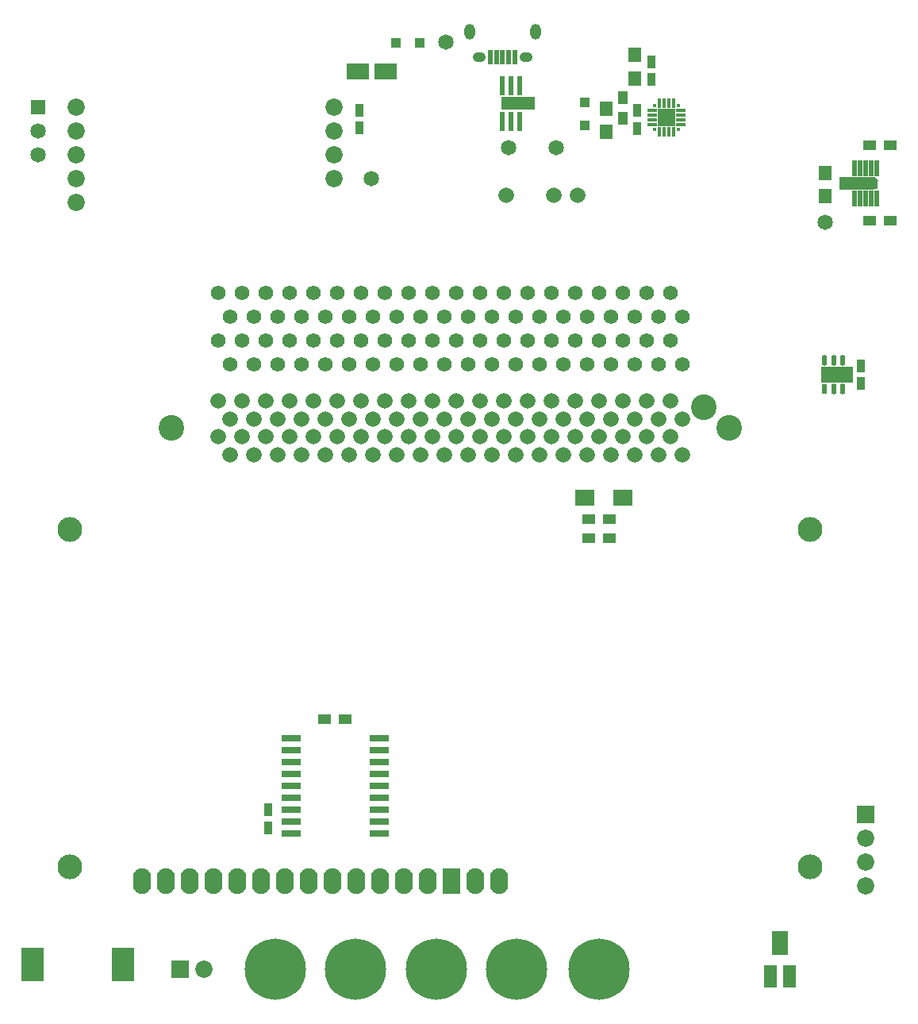
<source format=gbr>
G04 #@! TF.FileFunction,Soldermask,Top*
%FSLAX46Y46*%
G04 Gerber Fmt 4.6, Leading zero omitted, Abs format (unit mm)*
G04 Created by KiCad (PCBNEW 4.0.7) date Fri Feb 16 14:45:17 2018*
%MOMM*%
%LPD*%
G01*
G04 APERTURE LIST*
%ADD10C,0.100000*%
%ADD11C,2.730800*%
%ADD12C,1.664000*%
%ADD13R,2.140000X1.740000*%
%ADD14R,0.540000X1.490000*%
%ADD15O,1.390000X1.090000*%
%ADD16O,1.140000X1.690000*%
%ADD17O,1.940000X2.740000*%
%ADD18C,2.640000*%
%ADD19R,1.940000X2.740000*%
%ADD20R,1.390000X1.640000*%
%ADD21R,0.890000X1.340000*%
%ADD22R,2.340000X1.740000*%
%ADD23R,1.140000X1.140000*%
%ADD24C,1.640000*%
%ADD25R,1.640000X1.640000*%
%ADD26R,1.040000X1.340000*%
%ADD27R,1.340000X1.040000*%
%ADD28R,1.740000X2.640000*%
%ADD29R,1.340000X2.340000*%
%ADD30R,0.440000X0.440000*%
%ADD31R,0.440000X1.040000*%
%ADD32R,1.040000X0.440000*%
%ADD33R,1.940000X1.940000*%
%ADD34R,2.140000X0.740000*%
%ADD35R,0.590000X1.140000*%
%ADD36R,3.390000X1.740000*%
%ADD37O,0.590000X1.140000*%
%ADD38C,1.840000*%
%ADD39O,1.840000X1.840000*%
%ADD40R,1.840000X1.840000*%
%ADD41C,1.562400*%
%ADD42R,2.340000X3.540000*%
%ADD43R,3.640000X1.440000*%
%ADD44R,0.540000X2.090000*%
%ADD45R,3.840000X1.340000*%
%ADD46R,0.540000X1.740000*%
%ADD47C,6.540000*%
G04 APERTURE END LIST*
D10*
D11*
X114350800Y-74091800D03*
X173888400Y-74091800D03*
D12*
X119380000Y-71247000D03*
X121920000Y-71247000D03*
X124460000Y-71247000D03*
X127000000Y-71247000D03*
X129540000Y-71247000D03*
X132080000Y-71247000D03*
X134620000Y-71247000D03*
X137160000Y-71247000D03*
X139700000Y-71247000D03*
X142240000Y-71247000D03*
X144780000Y-71247000D03*
X147320000Y-71247000D03*
X149860000Y-71247000D03*
X152400000Y-71247000D03*
X154940000Y-71247000D03*
X157480000Y-71247000D03*
X160020000Y-71247000D03*
X162560000Y-71247000D03*
X165100000Y-71247000D03*
X167640000Y-71247000D03*
X120650000Y-73152000D03*
X123190000Y-73152000D03*
X125730000Y-73152000D03*
X128270000Y-73152000D03*
X130810000Y-73152000D03*
X133350000Y-73152000D03*
X135890000Y-73152000D03*
X138430000Y-73152000D03*
X140970000Y-73152000D03*
X143510000Y-73152000D03*
X146050000Y-73152000D03*
X148590000Y-73152000D03*
X151130000Y-73152000D03*
X153670000Y-73152000D03*
X156210000Y-73152000D03*
X158750000Y-73152000D03*
X161290000Y-73152000D03*
X163830000Y-73152000D03*
X166370000Y-73152000D03*
X168910000Y-73152000D03*
X119380000Y-75057000D03*
X121920000Y-75057000D03*
X124460000Y-75057000D03*
X127000000Y-75057000D03*
X129540000Y-75057000D03*
X132080000Y-75057000D03*
X134620000Y-75057000D03*
X137160000Y-75057000D03*
X139700000Y-75057000D03*
X142240000Y-75057000D03*
X144780000Y-75057000D03*
X147320000Y-75057000D03*
X149860000Y-75057000D03*
X152400000Y-75057000D03*
X154940000Y-75057000D03*
X157480000Y-75057000D03*
X160020000Y-75057000D03*
X162560000Y-75057000D03*
X165100000Y-75057000D03*
X167640000Y-75057000D03*
X120650000Y-76962000D03*
X123190000Y-76962000D03*
X125730000Y-76962000D03*
X128270000Y-76962000D03*
X130810000Y-76962000D03*
X133350000Y-76962000D03*
X135890000Y-76962000D03*
X138430000Y-76962000D03*
X140970000Y-76962000D03*
X143510000Y-76962000D03*
X146050000Y-76962000D03*
X148590000Y-76962000D03*
X151130000Y-76962000D03*
X153670000Y-76962000D03*
X156210000Y-76962000D03*
X158750000Y-76962000D03*
X161290000Y-76962000D03*
X163830000Y-76962000D03*
X166370000Y-76962000D03*
X168910000Y-76962000D03*
D11*
X171196000Y-71882000D03*
D13*
X158528000Y-81534000D03*
X162528000Y-81534000D03*
D14*
X151007600Y-34598600D03*
X150357600Y-34598600D03*
X149707600Y-34598600D03*
X149057600Y-34598600D03*
X148407600Y-34598600D03*
D15*
X152207600Y-34598600D03*
X147207600Y-34598600D03*
D16*
X153207600Y-31898600D03*
X146207600Y-31898600D03*
D17*
X111252001Y-122428000D03*
D18*
X103552001Y-120968000D03*
X182552001Y-84968000D03*
X182552001Y-120968000D03*
D17*
X113792001Y-122428000D03*
X116332001Y-122428000D03*
X118872001Y-122428000D03*
X121412001Y-122428000D03*
X123952001Y-122428000D03*
X126492001Y-122428000D03*
X129032001Y-122428000D03*
X131572001Y-122428000D03*
X134112001Y-122428000D03*
X136652001Y-122428000D03*
X139192001Y-122428000D03*
X141732001Y-122428000D03*
D19*
X144272001Y-122428000D03*
D17*
X146812001Y-122428000D03*
X149352001Y-122428000D03*
D18*
X103552001Y-84968000D03*
D20*
X160782000Y-40050400D03*
X160782000Y-42550400D03*
D21*
X164084001Y-40284400D03*
X164084001Y-42184400D03*
D20*
X163804600Y-36860799D03*
X163804600Y-34360799D03*
D21*
X165633400Y-36941800D03*
X165633400Y-35041800D03*
X124714000Y-116774000D03*
X124714000Y-114874000D03*
D22*
X137237600Y-36118800D03*
X134237600Y-36118800D03*
D21*
X134467600Y-40248801D03*
X134467600Y-42148801D03*
D20*
X184151194Y-46930644D03*
X184151194Y-49430644D03*
D21*
X187960000Y-67503000D03*
X187960000Y-69403000D03*
D23*
X158496000Y-41890000D03*
X158496000Y-39390000D03*
D24*
X184150000Y-52171600D03*
D25*
X100177599Y-39928800D03*
D26*
X162560000Y-41130400D03*
X162560000Y-38930400D03*
D27*
X158920000Y-85852000D03*
X161120000Y-85852000D03*
X158920000Y-83820000D03*
X161120000Y-83820000D03*
X130726000Y-105156000D03*
X132926000Y-105156000D03*
X191092000Y-52044600D03*
X188892000Y-52044600D03*
D28*
X179308000Y-129088000D03*
D29*
X178308000Y-132588000D03*
X180308000Y-132588000D03*
D30*
X168458200Y-39744204D03*
D31*
X167958200Y-39444204D03*
X167458200Y-39444204D03*
X166958200Y-39444204D03*
X166458200Y-39444204D03*
D30*
X165958200Y-39744204D03*
D32*
X165658200Y-40244204D03*
X165658200Y-40744204D03*
X165658200Y-41244204D03*
X165658200Y-41744204D03*
D30*
X165958200Y-42244204D03*
D31*
X166458200Y-42544204D03*
X166958200Y-42544204D03*
X167458200Y-42544204D03*
X167958200Y-42544204D03*
D30*
X168458200Y-42244204D03*
D32*
X168758200Y-41744204D03*
X168758200Y-41244204D03*
X168758200Y-40744204D03*
X168758200Y-40244204D03*
D33*
X167208200Y-40994204D03*
D34*
X136526000Y-117348000D03*
X136526000Y-116078000D03*
X136526000Y-114808000D03*
X136526000Y-113538000D03*
X136526000Y-112268000D03*
X136526000Y-110998000D03*
X136526000Y-109728000D03*
X136526000Y-108458000D03*
X136526000Y-107188000D03*
X127126000Y-107188000D03*
X127126000Y-108458000D03*
X127126000Y-109728000D03*
X127126000Y-110998000D03*
X127126000Y-112268000D03*
X127126000Y-113538000D03*
X127126000Y-114808000D03*
X127126000Y-116078000D03*
X127126000Y-117348000D03*
D35*
X184045000Y-69978000D03*
D36*
X185420000Y-68453000D03*
D37*
X184045000Y-66928000D03*
X185045000Y-69978000D03*
X185045000Y-66928000D03*
X186045000Y-69978000D03*
X186045000Y-66928000D03*
D38*
X104187599Y-50088800D03*
D39*
X104187599Y-47548800D03*
X104187599Y-45008800D03*
X104187599Y-42468800D03*
X104187599Y-39928800D03*
X131727599Y-45008800D03*
X131727599Y-47548800D03*
X131727599Y-42468800D03*
X131727599Y-39928800D03*
D23*
X138348400Y-33045400D03*
X140848400Y-33045400D03*
D40*
X115316000Y-131826000D03*
D39*
X117856000Y-131826000D03*
D41*
X119380000Y-59690000D03*
X121920000Y-59690000D03*
X124460000Y-59690000D03*
X127000000Y-59690000D03*
X129540000Y-59690000D03*
X132080000Y-59690000D03*
X134620000Y-59690000D03*
X137160000Y-59690000D03*
X139700000Y-59690000D03*
X142240000Y-59690000D03*
X144780000Y-59690000D03*
X147320000Y-59690000D03*
X149860000Y-59690000D03*
X152400000Y-59690000D03*
X154940000Y-59690000D03*
X157480000Y-59690000D03*
X160020000Y-59690000D03*
X162560000Y-59690000D03*
X165100000Y-59690000D03*
X167640000Y-59690000D03*
X120650000Y-62230000D03*
X123190000Y-62230000D03*
X125730000Y-62230000D03*
X128270000Y-62230000D03*
X130810000Y-62230000D03*
X133350000Y-62230000D03*
X135890000Y-62230000D03*
X138430000Y-62230000D03*
X140970000Y-62230000D03*
X143510000Y-62230000D03*
X146050000Y-62230000D03*
X148590000Y-62230000D03*
X151130000Y-62230000D03*
X153670000Y-62230000D03*
X156210000Y-62230000D03*
X158750000Y-62230000D03*
X161290000Y-62230000D03*
X163830000Y-62230000D03*
X166370000Y-62230000D03*
X168910000Y-62230000D03*
X123190000Y-67310000D03*
X120650000Y-67310000D03*
X121920000Y-64770000D03*
X124460000Y-64770000D03*
X119380000Y-64770000D03*
X133350000Y-67310000D03*
X132080000Y-64770000D03*
X134620000Y-64770000D03*
X137160000Y-64770000D03*
X135890000Y-67310000D03*
X146050000Y-67310000D03*
X144780000Y-64770000D03*
X147320000Y-64770000D03*
X149860000Y-64770000D03*
X148590000Y-67310000D03*
X158750000Y-67310000D03*
X157480000Y-64770000D03*
X160020000Y-64770000D03*
X162560000Y-64770000D03*
X161290000Y-67310000D03*
X128270000Y-67310000D03*
X127000000Y-64770000D03*
X129540000Y-64770000D03*
X125730000Y-67310000D03*
X130810000Y-67310000D03*
X140970000Y-67310000D03*
X139700000Y-64770000D03*
X142240000Y-64770000D03*
X138430000Y-67310000D03*
X143510000Y-67310000D03*
X153670000Y-67310000D03*
X152400000Y-64770000D03*
X154940000Y-64770000D03*
X151130000Y-67310000D03*
X156210000Y-67310000D03*
X166370000Y-67310000D03*
X165100000Y-64770000D03*
X167640000Y-64770000D03*
X163830000Y-67310000D03*
X168910000Y-67310000D03*
D42*
X99594000Y-131318000D03*
X109194000Y-131318000D03*
D12*
X157734000Y-49276000D03*
X155194000Y-49276000D03*
X150114000Y-49276000D03*
D40*
X188468000Y-115316000D03*
D39*
X188468000Y-117856000D03*
X188468000Y-120396000D03*
X188468000Y-122936000D03*
D24*
X143637000Y-32969200D03*
X155448000Y-44196000D03*
X150368000Y-44196000D03*
X135737600Y-47548800D03*
X100177600Y-45008800D03*
X100177600Y-42468800D03*
D43*
X151372000Y-39525000D03*
D44*
X149672000Y-41450000D03*
X150622000Y-41450000D03*
X151572000Y-41450000D03*
X149672000Y-37600000D03*
X150622000Y-37600000D03*
X151572000Y-37600000D03*
D45*
X187568000Y-48006000D03*
D46*
X189668000Y-46406000D03*
D31*
X189568000Y-48156000D03*
D10*
G36*
X189019192Y-47701200D02*
X189418000Y-47302392D01*
X189816808Y-47701200D01*
X189418000Y-48100008D01*
X189019192Y-47701200D01*
X189019192Y-47701200D01*
G37*
D46*
X189068000Y-46406000D03*
X188468000Y-46406000D03*
X187868000Y-46406000D03*
X187268000Y-46406000D03*
X189668000Y-49606000D03*
X189068000Y-49606000D03*
X188468000Y-49606000D03*
X187868000Y-49606000D03*
X187268000Y-49606000D03*
D27*
X191092000Y-43942000D03*
X188892000Y-43942000D03*
D47*
X125476000Y-131826000D03*
X134048500Y-131826000D03*
X142621000Y-131826000D03*
X160020000Y-131826000D03*
X151193500Y-131826000D03*
M02*

</source>
